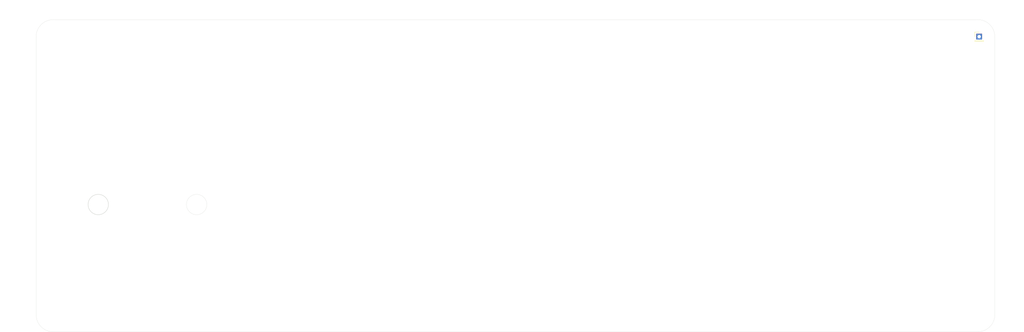
<source format=kicad_pcb>
(kicad_pcb (version 20171130) (host pcbnew "(5.1.4-0-10_14)")

  (general
    (thickness 1.6)
    (drawings 12)
    (tracks 0)
    (zones 0)
    (modules 1)
    (nets 1)
  )

  (page A4)
  (layers
    (0 F.Cu signal)
    (31 B.Cu signal)
    (32 B.Adhes user)
    (33 F.Adhes user)
    (34 B.Paste user)
    (35 F.Paste user)
    (36 B.SilkS user)
    (37 F.SilkS user)
    (38 B.Mask user)
    (39 F.Mask user)
    (40 Dwgs.User user)
    (41 Cmts.User user)
    (42 Eco1.User user)
    (43 Eco2.User user)
    (44 Edge.Cuts user)
    (45 Margin user)
    (46 B.CrtYd user)
    (47 F.CrtYd user)
    (48 B.Fab user)
    (49 F.Fab user)
  )

  (setup
    (last_trace_width 0.254)
    (trace_clearance 0.2)
    (zone_clearance 0.508)
    (zone_45_only no)
    (trace_min 0.2)
    (via_size 0.8)
    (via_drill 0.4)
    (via_min_size 0.4)
    (via_min_drill 0.3)
    (uvia_size 0.3)
    (uvia_drill 0.1)
    (uvias_allowed no)
    (uvia_min_size 0.2)
    (uvia_min_drill 0.1)
    (edge_width 0.05)
    (segment_width 0.2)
    (pcb_text_width 0.3)
    (pcb_text_size 1.5 1.5)
    (mod_edge_width 0.12)
    (mod_text_size 1 1)
    (mod_text_width 0.15)
    (pad_size 1.524 1.524)
    (pad_drill 0.762)
    (pad_to_mask_clearance 0.051)
    (solder_mask_min_width 0.25)
    (aux_axis_origin 12 12)
    (grid_origin 12 12)
    (visible_elements FFFFFF7F)
    (pcbplotparams
      (layerselection 0x010fc_ffffffff)
      (usegerberextensions true)
      (usegerberattributes false)
      (usegerberadvancedattributes false)
      (creategerberjobfile false)
      (excludeedgelayer true)
      (linewidth 0.100000)
      (plotframeref false)
      (viasonmask false)
      (mode 1)
      (useauxorigin false)
      (hpglpennumber 1)
      (hpglpenspeed 20)
      (hpglpendiameter 15.000000)
      (psnegative false)
      (psa4output false)
      (plotreference true)
      (plotvalue true)
      (plotinvisibletext false)
      (padsonsilk false)
      (subtractmaskfromsilk true)
      (outputformat 1)
      (mirror false)
      (drillshape 0)
      (scaleselection 1)
      (outputdirectory "gb/"))
  )

  (net 0 "")

  (net_class Default "これはデフォルトのネット クラスです。"
    (clearance 0.2)
    (trace_width 0.254)
    (via_dia 0.8)
    (via_drill 0.4)
    (uvia_dia 0.3)
    (uvia_drill 0.1)
  )

  (net_class 3v ""
    (clearance 0.2)
    (trace_width 0.3048)
    (via_dia 0.8)
    (via_drill 0.4)
    (uvia_dia 0.3)
    (uvia_drill 0.1)
  )

  (net_class Power ""
    (clearance 0.2)
    (trace_width 0.381)
    (via_dia 0.8)
    (via_drill 0.4)
    (uvia_dia 0.3)
    (uvia_drill 0.1)
  )

  (module Connector_PinHeader_2.54mm:PinHeader_1x01_P2.54mm_Vertical (layer F.Cu) (tedit 59FED5CC) (tstamp 5F4A5B45)
    (at 290 17)
    (descr "Through hole straight pin header, 1x01, 2.54mm pitch, single row")
    (tags "Through hole pin header THT 1x01 2.54mm single row")
    (fp_text reference REF** (at 0 -2.33) (layer F.SilkS) hide
      (effects (font (size 1 1) (thickness 0.15)))
    )
    (fp_text value PinHeader_1x01_P2.54mm_Vertical (at 0 2.33) (layer F.Fab)
      (effects (font (size 1 1) (thickness 0.15)))
    )
    (fp_text user %R (at 0 0 90) (layer F.Fab)
      (effects (font (size 1 1) (thickness 0.15)))
    )
    (fp_line (start 1.8 -1.8) (end -1.8 -1.8) (layer F.CrtYd) (width 0.05))
    (fp_line (start 1.8 1.8) (end 1.8 -1.8) (layer F.CrtYd) (width 0.05))
    (fp_line (start -1.8 1.8) (end 1.8 1.8) (layer F.CrtYd) (width 0.05))
    (fp_line (start -1.8 -1.8) (end -1.8 1.8) (layer F.CrtYd) (width 0.05))
    (fp_line (start -1.33 -1.33) (end 0 -1.33) (layer F.SilkS) (width 0.12))
    (fp_line (start -1.33 0) (end -1.33 -1.33) (layer F.SilkS) (width 0.12))
    (fp_line (start -1.33 1.27) (end 1.33 1.27) (layer F.SilkS) (width 0.12))
    (fp_line (start 1.33 1.27) (end 1.33 1.33) (layer F.SilkS) (width 0.12))
    (fp_line (start -1.33 1.27) (end -1.33 1.33) (layer F.SilkS) (width 0.12))
    (fp_line (start -1.33 1.33) (end 1.33 1.33) (layer F.SilkS) (width 0.12))
    (fp_line (start -1.27 -0.635) (end -0.635 -1.27) (layer F.Fab) (width 0.1))
    (fp_line (start -1.27 1.27) (end -1.27 -0.635) (layer F.Fab) (width 0.1))
    (fp_line (start 1.27 1.27) (end -1.27 1.27) (layer F.Fab) (width 0.1))
    (fp_line (start 1.27 -1.27) (end 1.27 1.27) (layer F.Fab) (width 0.1))
    (fp_line (start -0.635 -1.27) (end 1.27 -1.27) (layer F.Fab) (width 0.1))
    (pad 1 thru_hole rect (at 0 0) (size 1.7 1.7) (drill 1) (layers *.Cu *.Mask))
    (model ${KISYS3DMOD}/Connector_PinHeader_2.54mm.3dshapes/PinHeader_1x01_P2.54mm_Vertical.wrl
      (at (xyz 0 0 0))
      (scale (xyz 1 1 1))
      (rotate (xyz 0 0 0))
    )
  )

  (dimension 92 (width 0.15) (layer Eco1.User)
    (gr_text "92.000 mm" (at 5 58 270) (layer Eco1.User)
      (effects (font (size 1 1) (thickness 0.15)))
    )
    (feature1 (pts (xy 17 104) (xy 5.713579 104)))
    (feature2 (pts (xy 17 12) (xy 5.713579 12)))
    (crossbar (pts (xy 6.3 12) (xy 6.3 104)))
    (arrow1a (pts (xy 6.3 104) (xy 5.713579 102.873496)))
    (arrow1b (pts (xy 6.3 104) (xy 6.886421 102.873496)))
    (arrow2a (pts (xy 6.3 12) (xy 5.713579 13.126504)))
    (arrow2b (pts (xy 6.3 12) (xy 6.886421 13.126504)))
  )
  (dimension 282.6 (width 0.15) (layer Eco1.User)
    (gr_text "282.600 mm" (at 153.3 6.9) (layer Eco1.User)
      (effects (font (size 1 1) (thickness 0.15)))
    )
    (feature1 (pts (xy 294.6 17) (xy 294.6 7.613579)))
    (feature2 (pts (xy 12 17) (xy 12 7.613579)))
    (crossbar (pts (xy 12 8.2) (xy 294.6 8.2)))
    (arrow1a (pts (xy 294.6 8.2) (xy 293.473496 8.786421)))
    (arrow1b (pts (xy 294.6 8.2) (xy 293.473496 7.613579)))
    (arrow2a (pts (xy 12 8.2) (xy 13.126504 8.786421)))
    (arrow2b (pts (xy 12 8.2) (xy 13.126504 7.613579)))
  )
  (gr_circle (center 59.3 66.5) (end 59.3 69.5) (layer Edge.Cuts) (width 0.05))
  (gr_circle (center 30.3 66.5) (end 33.3 66.5) (layer Edge.Cuts) (width 0.12))
  (gr_arc (start 289.6 17) (end 294.6 17) (angle -90) (layer Edge.Cuts) (width 0.05))
  (gr_arc (start 289.6 99) (end 289.6 104) (angle -90) (layer Edge.Cuts) (width 0.05))
  (gr_arc (start 17 99) (end 12 99) (angle -90) (layer Edge.Cuts) (width 0.05))
  (gr_arc (start 17 17) (end 17 12.0015) (angle -90) (layer Edge.Cuts) (width 0.05))
  (gr_line (start 17 104) (end 289.6 104) (layer Edge.Cuts) (width 0.05))
  (gr_line (start 294.6 99) (end 294.6 17) (layer Edge.Cuts) (width 0.05))
  (gr_line (start 12 17) (end 12 99) (layer Edge.Cuts) (width 0.05))
  (gr_line (start 17 12.0015) (end 289.6 12) (layer Edge.Cuts) (width 0.05))

)

</source>
